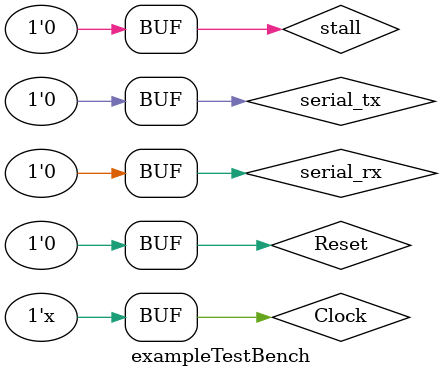
<source format=v>
`timescale 1ns/1ps

module exampleTestBench();
   reg Clock, Reset;
   parameter HalfCycle = 10;
   parameter Cycle = 2*HalfCycle;
   initial Clock = 0;
   always #(HalfCycle) Clock <= ~Clock;

   assign stall = 0;
   assign serial_rx = 0;
   assign serial_tx=0;
   
   Riscv150 CPU (.clk(Clock),
		 .rst(Reset),
		 .stall(stall),
		 .FPGA_SERIAL_RX(serial_rx),
		 .FPGA_SERIAL_TX(serial_tx));
   
  initial begin
     Reset = 1;
     #(Cycle);
     Reset = 0;
     #(Cycle);
     repeat(200) begin
	#(Cycle);
     end
  end
endmodule 

</source>
